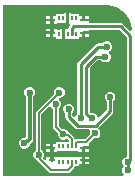
<source format=gbl>
G04*
G04 #@! TF.GenerationSoftware,Altium Limited,Altium Designer,24.4.1 (13)*
G04*
G04 Layer_Physical_Order=4*
G04 Layer_Color=16711680*
%FSLAX44Y44*%
%MOMM*%
G71*
G04*
G04 #@! TF.SameCoordinates,28F1A65D-C94C-4449-B5D0-91F898947E48*
G04*
G04*
G04 #@! TF.FilePolarity,Positive*
G04*
G01*
G75*
%ADD11C,0.2500*%
%ADD13C,0.1500*%
%ADD39C,0.2540*%
%ADD40C,0.3000*%
%ADD41C,0.6000*%
%ADD42R,0.1800X0.4600*%
%ADD43R,0.4700X0.2600*%
%ADD44C,0.1800*%
G36*
X103265Y146573D02*
X107424Y144851D01*
X111167Y142350D01*
X114350Y139167D01*
X116850Y135424D01*
X118573Y131265D01*
X119451Y126851D01*
Y125635D01*
X117951Y125014D01*
X111983Y130983D01*
X111073Y131590D01*
X110000Y131804D01*
X82850D01*
Y133500D01*
X78500D01*
Y134500D01*
X77500D01*
Y137800D01*
X74400D01*
Y139600D01*
X67900D01*
Y140100D01*
X66000D01*
Y135800D01*
Y131500D01*
X66478D01*
X67099Y130000D01*
X66617Y129518D01*
X66010Y128609D01*
X65796Y127535D01*
Y126951D01*
X64400Y126700D01*
Y126700D01*
X62500D01*
Y122400D01*
Y118100D01*
X64400D01*
Y118600D01*
X74400D01*
Y120400D01*
X77500D01*
Y123700D01*
X78500D01*
Y124700D01*
X82850D01*
Y126196D01*
X108839D01*
X115446Y119588D01*
Y18500D01*
X115105D01*
X113451Y17815D01*
X112185Y16549D01*
X111500Y14895D01*
Y13105D01*
X112185Y11451D01*
X113136Y10500D01*
X112185Y9549D01*
X111500Y7895D01*
Y6105D01*
X112185Y4451D01*
X112587Y4049D01*
X111966Y2549D01*
X10549D01*
Y147451D01*
X98851D01*
X103265Y146573D01*
D02*
G37*
%LPC*%
G36*
X82850Y137800D02*
X79500D01*
Y135500D01*
X82850D01*
Y137800D01*
D02*
G37*
G36*
X50500D02*
X47150D01*
Y135500D01*
X50500D01*
Y137800D01*
D02*
G37*
G36*
X64000Y140100D02*
X62100D01*
Y139600D01*
X55600D01*
Y137800D01*
X52500D01*
Y134500D01*
Y131200D01*
X55850D01*
Y132000D01*
X62100D01*
Y131500D01*
X64000D01*
Y135800D01*
Y140100D01*
D02*
G37*
G36*
X50500Y133500D02*
X47150D01*
Y131200D01*
X50500D01*
Y133500D01*
D02*
G37*
G36*
Y127000D02*
X47150D01*
Y124700D01*
X50500D01*
Y127000D01*
D02*
G37*
G36*
X82850Y122700D02*
X79500D01*
Y120400D01*
X82850D01*
Y122700D01*
D02*
G37*
G36*
X50500D02*
X47150D01*
Y120400D01*
X50500D01*
Y122700D01*
D02*
G37*
G36*
X55850Y127000D02*
X52500D01*
Y123700D01*
Y120400D01*
X55600D01*
Y118600D01*
X58600D01*
Y118100D01*
X60500D01*
Y122400D01*
Y126700D01*
X58600D01*
Y126200D01*
X55850D01*
Y127000D01*
D02*
G37*
G36*
X99021Y116324D02*
X97230D01*
X95576Y115639D01*
X94586Y114649D01*
X90824D01*
X90824Y114649D01*
X89743Y114434D01*
X88827Y113821D01*
X88827Y113821D01*
X74003Y98997D01*
X73391Y98081D01*
X73176Y97000D01*
X73176Y97000D01*
Y54540D01*
X72185Y53549D01*
X71852Y52745D01*
X70114Y52362D01*
X68824Y53652D01*
Y55460D01*
X69815Y56451D01*
X70500Y58105D01*
Y59895D01*
X69815Y61549D01*
X68549Y62815D01*
X66895Y63500D01*
X65105D01*
X63451Y62815D01*
X62185Y61549D01*
X61500Y59895D01*
Y58105D01*
X62185Y56451D01*
X63176Y55460D01*
Y52482D01*
X63176Y52482D01*
X63391Y51401D01*
X64003Y50485D01*
X71485Y43003D01*
X71485Y43003D01*
X72401Y42391D01*
X73482Y42176D01*
X83527D01*
X84286Y40676D01*
X83812Y39533D01*
Y37742D01*
X83918Y37487D01*
X79846Y33415D01*
X73029D01*
X72447Y33300D01*
X71638Y33632D01*
X70890Y34202D01*
X70761Y34852D01*
X70230Y35646D01*
X67052Y38824D01*
X66258Y39354D01*
X65330Y39539D01*
X65119Y40049D01*
X63853Y41315D01*
X62199Y42000D01*
X60409D01*
X60307Y41958D01*
X57447Y44817D01*
Y59143D01*
X57549Y59185D01*
X58815Y60451D01*
X59500Y62105D01*
Y63895D01*
X58815Y65549D01*
X57549Y66815D01*
X58081Y68218D01*
X58289Y68500D01*
X58895D01*
X60549Y69185D01*
X61815Y70451D01*
X62500Y72105D01*
Y73895D01*
X61815Y75549D01*
X60549Y76815D01*
X58895Y77500D01*
X57105D01*
X55451Y76815D01*
X54185Y75549D01*
X53500Y73895D01*
Y72105D01*
X53542Y72003D01*
X38770Y57230D01*
X38239Y56436D01*
X38053Y55500D01*
Y24161D01*
X37951Y24119D01*
X36685Y22853D01*
X36000Y21199D01*
Y19409D01*
X36685Y17755D01*
X37951Y16489D01*
X38989Y16059D01*
X39050Y15753D01*
X39580Y14959D01*
X49270Y5270D01*
X50064Y4739D01*
X51000Y4553D01*
X65000D01*
X65936Y4739D01*
X66730Y5270D01*
X70230Y8770D01*
X70761Y9564D01*
X70927Y10400D01*
X74400D01*
Y12200D01*
X77500D01*
Y15500D01*
Y18800D01*
X74150D01*
Y18000D01*
X55850D01*
Y18800D01*
X52500D01*
Y15500D01*
X50500D01*
Y18800D01*
X47150D01*
Y16270D01*
X45764Y15696D01*
X44010Y17450D01*
X44315Y17755D01*
X45000Y19409D01*
Y21199D01*
X44315Y22853D01*
X43049Y24119D01*
X42947Y24161D01*
Y54486D01*
X49565Y61104D01*
X51036Y60811D01*
X51185Y60451D01*
X52451Y59185D01*
X52553Y59143D01*
Y43804D01*
X52739Y42867D01*
X53270Y42073D01*
X56846Y38497D01*
X56804Y38395D01*
Y36605D01*
X57489Y34951D01*
X58755Y33685D01*
X60409Y33000D01*
X62199D01*
X63853Y33685D01*
X64561Y34393D01*
X66053Y32902D01*
Y31400D01*
X55600D01*
Y29600D01*
X52500D01*
Y26300D01*
Y23000D01*
X55850D01*
Y23800D01*
X74150D01*
Y23000D01*
X77500D01*
Y26300D01*
X78500D01*
Y27300D01*
X82850D01*
Y29600D01*
X82850Y29600D01*
X82850D01*
X83652Y30733D01*
X87162Y34243D01*
X87417Y34137D01*
X89207D01*
X90861Y34823D01*
X92127Y36088D01*
X92812Y37742D01*
Y39533D01*
X92127Y41186D01*
X91667Y41647D01*
X91093Y42809D01*
X91634Y43640D01*
X103018Y55024D01*
X103018Y55024D01*
X103630Y55940D01*
X103845Y57021D01*
Y65481D01*
X104815Y66451D01*
X105500Y68105D01*
Y69895D01*
X104815Y71549D01*
X103549Y72815D01*
X101895Y73500D01*
X100105D01*
X98451Y72815D01*
X97185Y71549D01*
X96500Y69895D01*
Y68105D01*
X97185Y66451D01*
X98197Y65439D01*
Y58191D01*
X91886Y51880D01*
X90289Y52404D01*
X89815Y53549D01*
X88549Y54815D01*
X86895Y55500D01*
X85105D01*
X84827Y55385D01*
X83824Y56388D01*
Y93830D01*
X90170Y100176D01*
X93460D01*
X94451Y99185D01*
X96105Y98500D01*
X97895D01*
X99549Y99185D01*
X100815Y100451D01*
X101500Y102105D01*
Y103895D01*
X100815Y105549D01*
X100182Y106182D01*
X100481Y107929D01*
X100674Y108009D01*
X101940Y109275D01*
X102626Y110929D01*
Y112719D01*
X101940Y114373D01*
X100674Y115639D01*
X99021Y116324D01*
D02*
G37*
G36*
X50500Y29600D02*
X47150D01*
Y27300D01*
X50500D01*
Y29600D01*
D02*
G37*
G36*
X33895Y77500D02*
X32105D01*
X30451Y76815D01*
X29185Y75549D01*
X28500Y73895D01*
Y72105D01*
X29185Y70451D01*
X29941Y69695D01*
Y35887D01*
X29264Y34543D01*
X27474D01*
X25820Y33858D01*
X24554Y32592D01*
X23869Y30938D01*
Y29148D01*
X24554Y27494D01*
X25820Y26228D01*
X27474Y25543D01*
X29264D01*
X30918Y26228D01*
X32184Y27494D01*
X32797Y28974D01*
X33405Y29381D01*
X35163Y31138D01*
X35163Y31138D01*
X35826Y32130D01*
X36059Y33301D01*
X36059Y33301D01*
Y69695D01*
X36815Y70451D01*
X37500Y72105D01*
Y73895D01*
X36815Y75549D01*
X35549Y76815D01*
X33895Y77500D01*
D02*
G37*
G36*
X82850Y25300D02*
X79500D01*
Y23000D01*
X82850D01*
Y25300D01*
D02*
G37*
G36*
X50500D02*
X47150D01*
Y23000D01*
X50500D01*
Y25300D01*
D02*
G37*
G36*
X82850Y18800D02*
X79500D01*
Y16500D01*
X82850D01*
Y18800D01*
D02*
G37*
G36*
Y14500D02*
X79500D01*
Y12200D01*
X82850D01*
Y14500D01*
D02*
G37*
%LPD*%
D11*
X70065Y129000D02*
X110000D01*
X118250Y16250D02*
Y120750D01*
X110000Y129000D02*
X118250Y120750D01*
X116000Y14000D02*
X118250Y16250D01*
X116000Y7000D02*
Y14000D01*
X68600Y122500D02*
Y127535D01*
X70065Y129000D01*
X68500Y122400D02*
X68600Y122500D01*
D13*
X80796Y31121D02*
X88312Y38637D01*
X72000Y27600D02*
X72150Y27750D01*
Y30243D02*
X73029Y31121D01*
X72150Y27750D02*
Y30243D01*
X73029Y31121D02*
X80796D01*
D39*
X73482Y45000D02*
X89000D01*
X66000Y52482D02*
Y59000D01*
Y52482D02*
X73482Y45000D01*
X89000D02*
X101021Y57021D01*
Y68979D01*
X101000Y69000D02*
X101021Y68979D01*
X81000Y55218D02*
X85218Y51000D01*
X86000D01*
X81000Y55218D02*
Y95000D01*
X76000Y97000D02*
X90824Y111824D01*
X98125D01*
X81000Y95000D02*
X89000Y103000D01*
X97000D01*
X76000Y51000D02*
Y97000D01*
D40*
X28369Y30043D02*
X29181D01*
X30681Y31543D02*
X31243D01*
X29181Y30043D02*
X30681Y31543D01*
X31243D02*
X33000Y33301D01*
Y73000D01*
X51500Y15500D02*
Y26300D01*
Y123700D02*
Y134500D01*
D41*
X50000Y32000D02*
D03*
X55000Y63000D02*
D03*
X58000Y73000D02*
D03*
X66000Y59000D02*
D03*
X15000Y56000D02*
D03*
X14000Y73000D02*
D03*
X33000D02*
D03*
X101000Y69000D02*
D03*
X40500Y20304D02*
D03*
X61304Y37500D02*
D03*
X88312Y38637D02*
D03*
X86000Y51000D02*
D03*
X98125Y111824D02*
D03*
X88000Y25812D02*
D03*
X49000Y105000D02*
D03*
X16000Y140000D02*
D03*
Y29000D02*
D03*
X24000Y6000D02*
D03*
X77000D02*
D03*
X107000Y38000D02*
D03*
X97000D02*
D03*
X81000Y113000D02*
D03*
X112000Y90000D02*
D03*
X101000D02*
D03*
X99000Y120000D02*
D03*
X104000Y139334D02*
D03*
X71000Y105000D02*
D03*
X35000Y119000D02*
D03*
X28369Y30043D02*
D03*
X65000Y71000D02*
D03*
X97000Y103000D02*
D03*
X76000Y51000D02*
D03*
X116000Y7000D02*
D03*
Y14000D02*
D03*
D42*
X72000Y27600D02*
D03*
Y14200D02*
D03*
X68500Y27600D02*
D03*
Y14200D02*
D03*
X65000Y27600D02*
D03*
Y14200D02*
D03*
X61500Y27600D02*
D03*
Y14200D02*
D03*
X58000Y27600D02*
D03*
Y14200D02*
D03*
Y122400D02*
D03*
Y135800D02*
D03*
X61500Y122400D02*
D03*
Y135800D02*
D03*
X65000Y122400D02*
D03*
Y135800D02*
D03*
X68500Y122400D02*
D03*
Y135800D02*
D03*
X72000Y122400D02*
D03*
Y135800D02*
D03*
D43*
X78500Y26300D02*
D03*
Y15500D02*
D03*
X51500Y26300D02*
D03*
Y15500D02*
D03*
Y123700D02*
D03*
Y134500D02*
D03*
X78500Y123700D02*
D03*
Y134500D02*
D03*
D44*
X40500Y55500D02*
X58000Y73000D01*
X40500Y20304D02*
Y55500D01*
X55000Y43804D02*
Y63000D01*
Y43804D02*
X61304Y37500D01*
X40500Y20304D02*
X41310Y19493D01*
Y16690D02*
X51000Y7000D01*
X41310Y16690D02*
Y19493D01*
X65322Y37094D02*
X68500Y33915D01*
Y27600D02*
Y33915D01*
X61304Y37500D02*
X61710Y37094D01*
X65322D01*
X68500Y10500D02*
Y14200D01*
X65000Y7000D02*
X68500Y10500D01*
X51000Y7000D02*
X65000D01*
M02*

</source>
